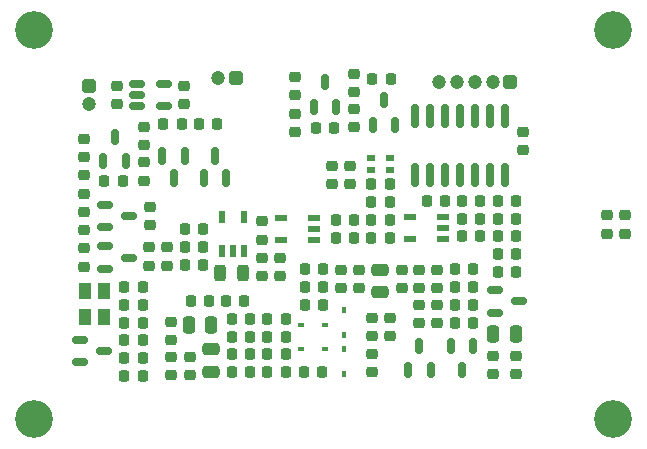
<source format=gbr>
%TF.GenerationSoftware,KiCad,Pcbnew,(6.0.11-0)*%
%TF.CreationDate,2025-10-07T00:59:29-07:00*%
%TF.ProjectId,27M_TX_Board_R1.1,32374d5f-5458-45f4-926f-6172645f5231,rev?*%
%TF.SameCoordinates,Original*%
%TF.FileFunction,Soldermask,Top*%
%TF.FilePolarity,Negative*%
%FSLAX46Y46*%
G04 Gerber Fmt 4.6, Leading zero omitted, Abs format (unit mm)*
G04 Created by KiCad (PCBNEW (6.0.11-0)) date 2025-10-07 00:59:29*
%MOMM*%
%LPD*%
G01*
G04 APERTURE LIST*
G04 Aperture macros list*
%AMRoundRect*
0 Rectangle with rounded corners*
0 $1 Rounding radius*
0 $2 $3 $4 $5 $6 $7 $8 $9 X,Y pos of 4 corners*
0 Add a 4 corners polygon primitive as box body*
4,1,4,$2,$3,$4,$5,$6,$7,$8,$9,$2,$3,0*
0 Add four circle primitives for the rounded corners*
1,1,$1+$1,$2,$3*
1,1,$1+$1,$4,$5*
1,1,$1+$1,$6,$7*
1,1,$1+$1,$8,$9*
0 Add four rect primitives between the rounded corners*
20,1,$1+$1,$2,$3,$4,$5,0*
20,1,$1+$1,$4,$5,$6,$7,0*
20,1,$1+$1,$6,$7,$8,$9,0*
20,1,$1+$1,$8,$9,$2,$3,0*%
G04 Aperture macros list end*
%ADD10RoundRect,0.225000X-0.225000X-0.250000X0.225000X-0.250000X0.225000X0.250000X-0.225000X0.250000X0*%
%ADD11R,0.450000X0.600000*%
%ADD12R,0.600000X0.450000*%
%ADD13RoundRect,0.225000X0.225000X0.250000X-0.225000X0.250000X-0.225000X-0.250000X0.225000X-0.250000X0*%
%ADD14RoundRect,0.250000X-0.475000X0.250000X-0.475000X-0.250000X0.475000X-0.250000X0.475000X0.250000X0*%
%ADD15RoundRect,0.150000X-0.487500X-0.150000X0.487500X-0.150000X0.487500X0.150000X-0.487500X0.150000X0*%
%ADD16RoundRect,0.300000X0.300000X0.300000X-0.300000X0.300000X-0.300000X-0.300000X0.300000X-0.300000X0*%
%ADD17C,1.200000*%
%ADD18RoundRect,0.225000X-0.250000X0.225000X-0.250000X-0.225000X0.250000X-0.225000X0.250000X0.225000X0*%
%ADD19RoundRect,0.225000X0.250000X-0.225000X0.250000X0.225000X-0.250000X0.225000X-0.250000X-0.225000X0*%
%ADD20R,0.600000X1.100000*%
%ADD21RoundRect,0.150000X-0.512500X-0.150000X0.512500X-0.150000X0.512500X0.150000X-0.512500X0.150000X0*%
%ADD22RoundRect,0.150000X0.150000X-0.487500X0.150000X0.487500X-0.150000X0.487500X-0.150000X-0.487500X0*%
%ADD23C,3.200000*%
%ADD24R,1.100000X0.600000*%
%ADD25RoundRect,0.150000X0.150000X-0.587500X0.150000X0.587500X-0.150000X0.587500X-0.150000X-0.587500X0*%
%ADD26RoundRect,0.300000X-0.300000X0.300000X-0.300000X-0.300000X0.300000X-0.300000X0.300000X0.300000X0*%
%ADD27RoundRect,0.243750X0.243750X0.456250X-0.243750X0.456250X-0.243750X-0.456250X0.243750X-0.456250X0*%
%ADD28RoundRect,0.150000X-0.150000X0.487500X-0.150000X-0.487500X0.150000X-0.487500X0.150000X0.487500X0*%
%ADD29RoundRect,0.075000X0.275000X0.175000X-0.275000X0.175000X-0.275000X-0.175000X0.275000X-0.175000X0*%
%ADD30RoundRect,0.150000X-0.150000X0.587500X-0.150000X-0.587500X0.150000X-0.587500X0.150000X0.587500X0*%
%ADD31RoundRect,0.250000X-0.250000X-0.475000X0.250000X-0.475000X0.250000X0.475000X-0.250000X0.475000X0*%
%ADD32RoundRect,0.250000X0.475000X-0.250000X0.475000X0.250000X-0.475000X0.250000X-0.475000X-0.250000X0*%
%ADD33RoundRect,0.150000X-0.150000X0.825000X-0.150000X-0.825000X0.150000X-0.825000X0.150000X0.825000X0*%
%ADD34RoundRect,0.220000X0.330000X-0.480000X0.330000X0.480000X-0.330000X0.480000X-0.330000X-0.480000X0*%
G04 APERTURE END LIST*
D10*
%TO.C,R28*%
X222725000Y-51000000D03*
X224275000Y-51000000D03*
%TD*%
D11*
%TO.C,D2*%
X232200000Y-50850000D03*
X232200000Y-48750000D03*
%TD*%
D12*
%TO.C,D4*%
X228550000Y-52000000D03*
X230650000Y-52000000D03*
%TD*%
D13*
%TO.C,R47*%
X243175000Y-46800000D03*
X241625000Y-46800000D03*
%TD*%
D14*
%TO.C,L2*%
X221000000Y-52050000D03*
X221000000Y-53950000D03*
%TD*%
D15*
%TO.C,Q3*%
X211962500Y-43350000D03*
X211962500Y-45250000D03*
X214037500Y-44300000D03*
%TD*%
D16*
%TO.C,J1*%
X246300000Y-29400000D03*
D17*
X244800000Y-29400000D03*
X243300000Y-29400000D03*
X241800000Y-29400000D03*
X240300000Y-29400000D03*
%TD*%
D18*
%TO.C,C29*%
X226800000Y-44325000D03*
X226800000Y-45875000D03*
%TD*%
D13*
%TO.C,R40*%
X231375000Y-33300000D03*
X229825000Y-33300000D03*
%TD*%
D19*
%TO.C,R13*%
X225300000Y-45875000D03*
X225300000Y-44325000D03*
%TD*%
D18*
%TO.C,C27*%
X238600000Y-48325000D03*
X238600000Y-49875000D03*
%TD*%
D10*
%TO.C,R11*%
X211925000Y-37800000D03*
X213475000Y-37800000D03*
%TD*%
D13*
%TO.C,C7*%
X215175000Y-46800000D03*
X213625000Y-46800000D03*
%TD*%
D19*
%TO.C,R46*%
X232700000Y-38075000D03*
X232700000Y-36525000D03*
%TD*%
D10*
%TO.C,R44*%
X234525000Y-38100000D03*
X236075000Y-38100000D03*
%TD*%
D18*
%TO.C,R39*%
X233100000Y-28725000D03*
X233100000Y-30275000D03*
%TD*%
%TO.C,R34*%
X233500000Y-45325000D03*
X233500000Y-46875000D03*
%TD*%
D20*
%TO.C,U1*%
X221850000Y-43700000D03*
X222800000Y-43700000D03*
X223750000Y-43700000D03*
X223750000Y-40900000D03*
X221850000Y-40900000D03*
%TD*%
D10*
%TO.C,R37*%
X241625000Y-48300000D03*
X243175000Y-48300000D03*
%TD*%
D18*
%TO.C,R49*%
X240100000Y-45325000D03*
X240100000Y-46875000D03*
%TD*%
D13*
%TO.C,R31*%
X227275000Y-49500000D03*
X225725000Y-49500000D03*
%TD*%
%TO.C,C21*%
X223775000Y-48000000D03*
X222225000Y-48000000D03*
%TD*%
D19*
%TO.C,C25*%
X232000000Y-46875000D03*
X232000000Y-45325000D03*
%TD*%
D13*
%TO.C,C13*%
X243775000Y-39500000D03*
X242225000Y-39500000D03*
%TD*%
%TO.C,R15*%
X230475000Y-46800000D03*
X228925000Y-46800000D03*
%TD*%
%TO.C,R26*%
X224275000Y-49500000D03*
X222725000Y-49500000D03*
%TD*%
D21*
%TO.C,U8*%
X214662500Y-29575000D03*
X214662500Y-30525000D03*
X214662500Y-31475000D03*
X216937500Y-31475000D03*
X216937500Y-29575000D03*
%TD*%
D13*
%TO.C,C36*%
X220275000Y-44900000D03*
X218725000Y-44900000D03*
%TD*%
D19*
%TO.C,R8*%
X217200000Y-44975000D03*
X217200000Y-43425000D03*
%TD*%
D10*
%TO.C,R27*%
X222725000Y-52500000D03*
X224275000Y-52500000D03*
%TD*%
D22*
%TO.C,Q1*%
X229650000Y-31537500D03*
X231550000Y-31537500D03*
X230600000Y-29462500D03*
%TD*%
D18*
%TO.C,C1*%
X231200000Y-36525000D03*
X231200000Y-38075000D03*
%TD*%
D23*
%TO.C,H2*%
X206000000Y-25000000D03*
%TD*%
D15*
%TO.C,Q4*%
X209862500Y-51250000D03*
X209862500Y-53150000D03*
X211937500Y-52200000D03*
%TD*%
D18*
%TO.C,C32*%
X240100000Y-48325000D03*
X240100000Y-49875000D03*
%TD*%
D13*
%TO.C,R9*%
X215175000Y-48300000D03*
X213625000Y-48300000D03*
%TD*%
%TO.C,R20*%
X236075000Y-41100000D03*
X234525000Y-41100000D03*
%TD*%
D10*
%TO.C,C23*%
X225725000Y-52500000D03*
X227275000Y-52500000D03*
%TD*%
D18*
%TO.C,C19*%
X217600000Y-52725000D03*
X217600000Y-54275000D03*
%TD*%
D19*
%TO.C,R50*%
X210200000Y-38875000D03*
X210200000Y-37325000D03*
%TD*%
D24*
%TO.C,U2*%
X240600000Y-42750000D03*
X240600000Y-41800000D03*
X240600000Y-40850000D03*
X237800000Y-40850000D03*
X237800000Y-42750000D03*
%TD*%
D10*
%TO.C,C24*%
X225725000Y-51000000D03*
X227275000Y-51000000D03*
%TD*%
%TO.C,R23*%
X228925000Y-48300000D03*
X230475000Y-48300000D03*
%TD*%
D25*
%TO.C,Q5*%
X220350000Y-37537500D03*
X222250000Y-37537500D03*
X221300000Y-35662500D03*
%TD*%
D18*
%TO.C,C47*%
X256000000Y-40725000D03*
X256000000Y-42275000D03*
%TD*%
D10*
%TO.C,C31*%
X241625000Y-49800000D03*
X243175000Y-49800000D03*
%TD*%
D13*
%TO.C,R10*%
X215175000Y-51300000D03*
X213625000Y-51300000D03*
%TD*%
D10*
%TO.C,C14*%
X242225000Y-42500000D03*
X243775000Y-42500000D03*
%TD*%
D26*
%TO.C,J2*%
X210600000Y-29775000D03*
D17*
X210600000Y-31275000D03*
%TD*%
D15*
%TO.C,Q9*%
X244962500Y-47050000D03*
X244962500Y-48950000D03*
X247037500Y-48000000D03*
%TD*%
D27*
%TO.C,D1*%
X223637500Y-45600000D03*
X221762500Y-45600000D03*
%TD*%
D18*
%TO.C,C28*%
X234600000Y-49425000D03*
X234600000Y-50975000D03*
%TD*%
D10*
%TO.C,C15*%
X234525000Y-42600000D03*
X236075000Y-42600000D03*
%TD*%
%TO.C,C2*%
X239225000Y-39500000D03*
X240775000Y-39500000D03*
%TD*%
%TO.C,R2*%
X218725000Y-43400000D03*
X220275000Y-43400000D03*
%TD*%
D18*
%TO.C,C42*%
X237100000Y-45325000D03*
X237100000Y-46875000D03*
%TD*%
%TO.C,C37*%
X228100000Y-32125000D03*
X228100000Y-33675000D03*
%TD*%
%TO.C,C33*%
X244800000Y-52625000D03*
X244800000Y-54175000D03*
%TD*%
D13*
%TO.C,C48*%
X215175000Y-54300000D03*
X213625000Y-54300000D03*
%TD*%
D18*
%TO.C,C46*%
X254500000Y-40725000D03*
X254500000Y-42275000D03*
%TD*%
D10*
%TO.C,R16*%
X245225000Y-39500000D03*
X246775000Y-39500000D03*
%TD*%
D19*
%TO.C,R1*%
X228100000Y-30575000D03*
X228100000Y-29025000D03*
%TD*%
D18*
%TO.C,C34*%
X246800000Y-52625000D03*
X246800000Y-54175000D03*
%TD*%
D28*
%TO.C,Q7*%
X243150000Y-51762500D03*
X241250000Y-51762500D03*
X242200000Y-53837500D03*
%TD*%
D22*
%TO.C,Q10*%
X211850000Y-36137500D03*
X213750000Y-36137500D03*
X212800000Y-34062500D03*
%TD*%
D10*
%TO.C,C9*%
X213625000Y-49800000D03*
X215175000Y-49800000D03*
%TD*%
D13*
%TO.C,R17*%
X246775000Y-42500000D03*
X245225000Y-42500000D03*
%TD*%
D19*
%TO.C,R51*%
X215300000Y-37775000D03*
X215300000Y-36225000D03*
%TD*%
%TO.C,C4*%
X215700000Y-44975000D03*
X215700000Y-43425000D03*
%TD*%
D16*
%TO.C,J3*%
X223050000Y-29100000D03*
D17*
X221550000Y-29100000D03*
%TD*%
D18*
%TO.C,R5*%
X215800000Y-40025000D03*
X215800000Y-41575000D03*
%TD*%
D29*
%TO.C,U7*%
X236100000Y-36900000D03*
X236100000Y-35900000D03*
X234500000Y-35900000D03*
X234500000Y-36900000D03*
%TD*%
D18*
%TO.C,R41*%
X233100000Y-31725000D03*
X233100000Y-33275000D03*
%TD*%
D10*
%TO.C,R42*%
X234625000Y-29200000D03*
X236175000Y-29200000D03*
%TD*%
D18*
%TO.C,C44*%
X218700000Y-29750000D03*
X218700000Y-31300000D03*
%TD*%
D13*
%TO.C,C16*%
X233075000Y-41100000D03*
X231525000Y-41100000D03*
%TD*%
D23*
%TO.C,H4*%
X255000000Y-58000000D03*
%TD*%
D30*
%TO.C,Q11*%
X218750000Y-35662500D03*
X216850000Y-35662500D03*
X217800000Y-37537500D03*
%TD*%
D18*
%TO.C,C26*%
X238600000Y-45325000D03*
X238600000Y-46875000D03*
%TD*%
D10*
%TO.C,R12*%
X213625000Y-52800000D03*
X215175000Y-52800000D03*
%TD*%
D31*
%TO.C,L1*%
X219100000Y-50000000D03*
X221000000Y-50000000D03*
%TD*%
D22*
%TO.C,Q6*%
X237650000Y-53837500D03*
X239550000Y-53837500D03*
X238600000Y-51762500D03*
%TD*%
D13*
%TO.C,R19*%
X243775000Y-41000000D03*
X242225000Y-41000000D03*
%TD*%
D32*
%TO.C,L4*%
X235300000Y-47250000D03*
X235300000Y-45350000D03*
%TD*%
D10*
%TO.C,R43*%
X216925000Y-33000000D03*
X218475000Y-33000000D03*
%TD*%
D22*
%TO.C,Q8*%
X234650000Y-33037500D03*
X236550000Y-33037500D03*
X235600000Y-30962500D03*
%TD*%
D13*
%TO.C,R21*%
X233075000Y-42600000D03*
X231525000Y-42600000D03*
%TD*%
%TO.C,C5*%
X246775000Y-45500000D03*
X245225000Y-45500000D03*
%TD*%
%TO.C,R48*%
X243175000Y-45300000D03*
X241625000Y-45300000D03*
%TD*%
D10*
%TO.C,R24*%
X228925000Y-45300000D03*
X230475000Y-45300000D03*
%TD*%
D13*
%TO.C,R18*%
X246775000Y-41000000D03*
X245225000Y-41000000D03*
%TD*%
D19*
%TO.C,R14*%
X225300000Y-42775000D03*
X225300000Y-41225000D03*
%TD*%
D15*
%TO.C,Q2*%
X211962500Y-39850000D03*
X211962500Y-41750000D03*
X214037500Y-40800000D03*
%TD*%
D33*
%TO.C,U6*%
X245810000Y-32325000D03*
X244540000Y-32325000D03*
X243270000Y-32325000D03*
X242000000Y-32325000D03*
X240730000Y-32325000D03*
X239460000Y-32325000D03*
X238190000Y-32325000D03*
X238190000Y-37275000D03*
X239460000Y-37275000D03*
X240730000Y-37275000D03*
X242000000Y-37275000D03*
X243270000Y-37275000D03*
X244540000Y-37275000D03*
X245810000Y-37275000D03*
%TD*%
D13*
%TO.C,R33*%
X230375000Y-54000000D03*
X228825000Y-54000000D03*
%TD*%
D19*
%TO.C,R6*%
X210200000Y-41975000D03*
X210200000Y-40425000D03*
%TD*%
D13*
%TO.C,R25*%
X224275000Y-54000000D03*
X222725000Y-54000000D03*
%TD*%
D10*
%TO.C,R4*%
X234525000Y-39600000D03*
X236075000Y-39600000D03*
%TD*%
D18*
%TO.C,R35*%
X236100000Y-49425000D03*
X236100000Y-50975000D03*
%TD*%
D10*
%TO.C,C22*%
X219225000Y-48000000D03*
X220775000Y-48000000D03*
%TD*%
D34*
%TO.C,Y1*%
X210300000Y-49300000D03*
X210300000Y-47100000D03*
X211900000Y-47100000D03*
X211900000Y-49300000D03*
%TD*%
D31*
%TO.C,L5*%
X244850000Y-50800000D03*
X246750000Y-50800000D03*
%TD*%
D18*
%TO.C,R22*%
X234600000Y-52425000D03*
X234600000Y-53975000D03*
%TD*%
D10*
%TO.C,R3*%
X219925000Y-33000000D03*
X221475000Y-33000000D03*
%TD*%
D11*
%TO.C,D5*%
X232200000Y-54150000D03*
X232200000Y-52050000D03*
%TD*%
D18*
%TO.C,C38*%
X247400000Y-33625000D03*
X247400000Y-35175000D03*
%TD*%
D10*
%TO.C,R54*%
X245225000Y-44000000D03*
X246775000Y-44000000D03*
%TD*%
D19*
%TO.C,R7*%
X215300000Y-34775000D03*
X215300000Y-33225000D03*
%TD*%
D18*
%TO.C,C43*%
X213000000Y-29750000D03*
X213000000Y-31300000D03*
%TD*%
D23*
%TO.C,H1*%
X255000000Y-25000000D03*
%TD*%
D13*
%TO.C,R30*%
X227275000Y-54000000D03*
X225725000Y-54000000D03*
%TD*%
D23*
%TO.C,H3*%
X206000000Y-58000000D03*
%TD*%
D24*
%TO.C,U3*%
X229700000Y-42850000D03*
X229700000Y-41900000D03*
X229700000Y-40950000D03*
X226900000Y-40950000D03*
X226900000Y-42850000D03*
%TD*%
D12*
%TO.C,D3*%
X230650000Y-50000000D03*
X228550000Y-50000000D03*
%TD*%
D19*
%TO.C,C6*%
X210200000Y-45075000D03*
X210200000Y-43525000D03*
%TD*%
D13*
%TO.C,C39*%
X220275000Y-41900000D03*
X218725000Y-41900000D03*
%TD*%
D19*
%TO.C,C20*%
X219200000Y-54275000D03*
X219200000Y-52725000D03*
%TD*%
D18*
%TO.C,C11*%
X217600000Y-49725000D03*
X217600000Y-51275000D03*
%TD*%
%TO.C,C45*%
X210200000Y-34250000D03*
X210200000Y-35800000D03*
%TD*%
M02*

</source>
